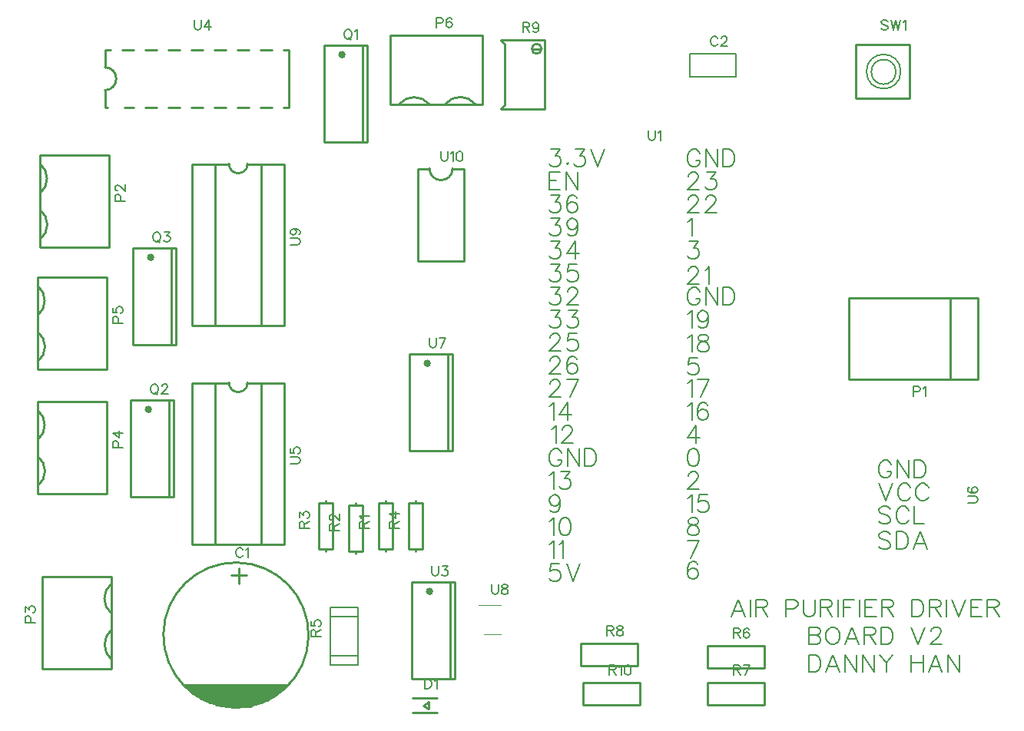
<source format=gto>
G04 ---------------------------- Layer name :TOP SILK LAYER*
G04 EasyEDA v5.4.12, Wed, 30 May 2018 14:54:02 GMT*
G04 28c5c568ee064045b2737d890bb1bb74*
G04 Gerber Generator version 0.2*
G04 Scale: 100 percent, Rotated: No, Reflected: No *
G04 Dimensions in inches *
G04 leading zeros omitted , absolute positions ,2 integer and 4 decimal *
%FSLAX24Y24*%
%MOIN*%
G90*
G70D02*

%ADD10C,0.010000*%
%ADD12C,0.008000*%
%ADD32C,0.005000*%
%ADD33C,0.004724*%
%ADD34C,0.007900*%
%ADD35C,0.015748*%
%ADD36C,0.007000*%

%LPD*%
G54D10*
G01X41589Y15150D02*
G01X36019Y15150D01*
G01X41589Y15146D02*
G01X41589Y18690D01*
G01X41589Y18690D02*
G01X36019Y18690D01*
G01X36010Y15150D02*
G01X36010Y18693D01*
G01X40400Y15150D02*
G01X40400Y18693D01*
G01X18902Y6336D02*
G01X18902Y2163D01*
G01X17012Y2163D01*
G01X17012Y6336D01*
G01X18902Y6336D01*
G01X18705Y2163D02*
G01X18705Y6336D01*
G01X15600Y7800D02*
G01X15600Y9800D01*
G01X15600Y9800D02*
G01X15900Y9800D01*
G01X15900Y9800D02*
G01X16200Y9800D01*
G01X16200Y9800D02*
G01X16200Y7800D01*
G01X16200Y7800D02*
G01X15900Y7800D01*
G01X15900Y7800D02*
G01X15600Y7800D01*
G01X15900Y9800D02*
G01X15900Y9900D01*
G01X15900Y7800D02*
G01X15900Y7700D01*
G01X14300Y7700D02*
G01X14300Y9700D01*
G01X14300Y9700D02*
G01X14600Y9700D01*
G01X14600Y9700D02*
G01X14900Y9700D01*
G01X14900Y9700D02*
G01X14900Y7700D01*
G01X14900Y7700D02*
G01X14600Y7700D01*
G01X14600Y7700D02*
G01X14300Y7700D01*
G01X14600Y9700D02*
G01X14600Y9800D01*
G01X14600Y7700D02*
G01X14600Y7600D01*
G01X3900Y24900D02*
G01X900Y24900D01*
G01X900Y24900D01*
G01X3900Y24900D02*
G01X3900Y20900D01*
G01X900Y24900D02*
G01X900Y20900D01*
G01X3900Y20900D02*
G01X900Y20900D01*
G01X11469Y29450D02*
G01X11680Y29450D01*
G01X11680Y26950D01*
G01X11469Y26950D01*
G01X3840Y26950D02*
G01X3719Y26950D01*
G01X3719Y27700D01*
G01X3719Y28700D02*
G01X3719Y29450D01*
G01X3950Y29450D01*
G01X4200Y28219D02*
G01X4200Y28180D01*
G01X4469Y29450D02*
G01X4950Y29450D01*
G01X5469Y29450D02*
G01X5950Y29450D01*
G01X6469Y29450D02*
G01X6950Y29450D01*
G01X7469Y29450D02*
G01X7950Y29450D01*
G01X8469Y29450D02*
G01X8950Y29450D01*
G01X9469Y29450D02*
G01X9950Y29450D01*
G01X10469Y29450D02*
G01X10950Y29450D01*
G01X5469Y26950D02*
G01X5950Y26950D01*
G01X6469Y26950D02*
G01X6950Y26950D01*
G01X7469Y26950D02*
G01X7950Y26950D01*
G01X8469Y26950D02*
G01X8950Y26950D01*
G01X9469Y26950D02*
G01X9950Y26950D01*
G01X10469Y26950D02*
G01X10950Y26950D01*
G01X4550Y26950D02*
G01X4950Y26950D01*
G01X11500Y8000D02*
G01X11500Y15000D01*
G01X7500Y15000D02*
G01X7500Y8000D01*
G01X11500Y8000D02*
G01X10500Y8000D01*
G01X11500Y15000D02*
G01X10500Y15000D01*
G01X7500Y15000D02*
G01X8500Y15000D01*
G01X10500Y15000D02*
G01X10500Y8000D01*
G01X10500Y15000D02*
G01X9900Y15000D01*
G01X10500Y8000D02*
G01X8500Y8000D01*
G01X8500Y15000D02*
G01X8500Y8000D01*
G01X8500Y15000D02*
G01X9100Y15000D01*
G01X8500Y8000D02*
G01X7500Y8000D01*
G01X15102Y29636D02*
G01X15102Y25463D01*
G01X13212Y25463D01*
G01X13212Y29636D01*
G01X15102Y29636D01*
G01X14905Y25463D02*
G01X14905Y29636D01*
G01X6702Y14236D02*
G01X6702Y10063D01*
G01X4812Y10063D01*
G01X4812Y14236D01*
G01X6702Y14236D01*
G01X6505Y10063D02*
G01X6505Y14236D01*
G01X6802Y20836D02*
G01X6802Y16663D01*
G01X4912Y16663D01*
G01X4912Y20836D01*
G01X6802Y20836D01*
G01X6605Y16663D02*
G01X6605Y20836D01*
G01X1000Y2600D02*
G01X4000Y2600D01*
G01X4000Y2600D01*
G01X1000Y2600D02*
G01X1000Y6600D01*
G01X4000Y2600D02*
G01X4000Y6600D01*
G01X1000Y6600D02*
G01X4000Y6600D01*
G01X18802Y16236D02*
G01X18802Y12063D01*
G01X16912Y12063D01*
G01X16912Y16236D01*
G01X18802Y16236D01*
G01X18605Y12063D02*
G01X18605Y16236D01*
G01X9189Y6640D02*
G01X9869Y6640D01*
G01X9519Y6290D02*
G01X9519Y6950D01*
G01X13000Y7800D02*
G01X13000Y9800D01*
G01X13000Y9800D02*
G01X13300Y9800D01*
G01X13300Y9800D02*
G01X13600Y9800D01*
G01X13600Y9800D02*
G01X13600Y7800D01*
G01X13600Y7800D02*
G01X13300Y7800D01*
G01X13300Y7800D02*
G01X13000Y7800D01*
G01X13300Y9800D02*
G01X13300Y9900D01*
G01X13300Y7800D02*
G01X13300Y7700D01*
G01X16900Y7800D02*
G01X16900Y9800D01*
G01X16900Y9800D02*
G01X17200Y9800D01*
G01X17200Y9800D02*
G01X17500Y9800D01*
G01X17500Y9800D02*
G01X17500Y7800D01*
G01X17500Y7800D02*
G01X17200Y7800D01*
G01X17200Y7800D02*
G01X16900Y7800D01*
G01X17200Y9800D02*
G01X17200Y9900D01*
G01X17200Y7800D02*
G01X17200Y7700D01*
G54D32*
G01X13500Y4850D02*
G01X14700Y4850D01*
G01X13500Y3150D02*
G01X14700Y3150D01*
G01X13500Y2750D02*
G01X13500Y5250D01*
G01X13500Y5250D02*
G01X14700Y5250D01*
G01X14700Y5250D02*
G01X14700Y2750D01*
G01X14700Y2750D02*
G01X13500Y2750D01*
G54D33*
G01X20178Y4092D02*
G01X20887Y4092D01*
G01X20887Y5359D02*
G01X19922Y5359D01*
G54D10*
G01X11500Y17500D02*
G01X11500Y24500D01*
G01X7500Y24500D02*
G01X7500Y17500D01*
G01X11500Y17500D02*
G01X10500Y17500D01*
G01X11500Y24500D02*
G01X10500Y24500D01*
G01X7500Y24500D02*
G01X8500Y24500D01*
G01X10500Y24500D02*
G01X10500Y17500D01*
G01X10500Y24500D02*
G01X9900Y24500D01*
G01X10500Y17500D02*
G01X8500Y17500D01*
G01X8500Y24500D02*
G01X8500Y17500D01*
G01X8500Y24500D02*
G01X9100Y24500D01*
G01X8500Y17500D02*
G01X7500Y17500D01*
G01X17530Y1000D02*
G01X17760Y1159D01*
G01X17760Y1159D02*
G01X17760Y840D01*
G01X17760Y840D02*
G01X17530Y1000D01*
G01X17069Y1309D02*
G01X18130Y1309D01*
G01X18130Y690D02*
G01X17069Y690D01*
G01X17300Y20300D02*
G01X19300Y20300D01*
G01X19300Y20300D02*
G01X19300Y24300D01*
G01X17300Y20300D02*
G01X17300Y24300D01*
G01X17300Y24300D02*
G01X17800Y24300D01*
G01X18800Y24300D02*
G01X19300Y24300D01*
G01X29860Y2630D02*
G01X29860Y3569D01*
G01X29860Y3569D02*
G01X32339Y3569D01*
G01X32339Y3569D02*
G01X32339Y2630D01*
G01X32339Y2630D02*
G01X29860Y2630D01*
G01X29860Y1030D02*
G01X29860Y1969D01*
G01X29860Y1969D02*
G01X32339Y1969D01*
G01X32339Y1969D02*
G01X32339Y1030D01*
G01X32339Y1030D02*
G01X29860Y1030D01*
G01X24360Y2730D02*
G01X24360Y3669D01*
G01X24360Y3669D02*
G01X26839Y3669D01*
G01X26839Y3669D02*
G01X26839Y2730D01*
G01X26839Y2730D02*
G01X24360Y2730D01*
G01X3800Y14200D02*
G01X800Y14200D01*
G01X800Y14200D01*
G01X3800Y14200D02*
G01X3800Y10200D01*
G01X800Y14200D02*
G01X800Y10200D01*
G01X3800Y10200D02*
G01X800Y10200D01*
G01X3800Y19600D02*
G01X800Y19600D01*
G01X800Y19600D01*
G01X3800Y19600D02*
G01X3800Y15600D01*
G01X800Y19600D02*
G01X800Y15600D01*
G01X3800Y15600D02*
G01X800Y15600D01*
G01X22300Y29500D02*
G01X22450Y29500D01*
G01X22600Y29500D01*
G01X22450Y29500D01*
G01X22800Y29900D02*
G01X22800Y26900D01*
G01X20900Y26900D01*
G01X21050Y27100D01*
G01X21050Y29700D01*
G01X20900Y29900D01*
G01X21000Y29900D01*
G01X22800Y29900D01*
G01X24460Y1030D02*
G01X24460Y1969D01*
G01X24460Y1969D02*
G01X26939Y1969D01*
G01X26939Y1969D02*
G01X26939Y1030D01*
G01X26939Y1030D02*
G01X24460Y1030D01*
G54D34*
G01X31089Y29269D02*
G01X29089Y29269D01*
G01X29089Y28269D01*
G01X31089Y28269D01*
G01X31089Y29269D01*
G54D10*
G01X36281Y29700D02*
G01X38643Y29700D01*
G01X38643Y27337D01*
G01X36281Y27337D01*
G01X36281Y29700D01*
G01X16100Y30100D02*
G01X16100Y27100D01*
G01X16100Y27100D01*
G01X16100Y30100D02*
G01X20100Y30100D01*
G01X16100Y27100D02*
G01X20100Y27100D01*
G01X20100Y30100D02*
G01X20100Y27100D01*
G54D12*
G01X31190Y5600D02*
G01X30900Y4836D01*
G01X31190Y5600D02*
G01X31481Y4836D01*
G01X31009Y5090D02*
G01X31372Y5090D01*
G01X31722Y5600D02*
G01X31722Y4836D01*
G01X31961Y5600D02*
G01X31961Y4836D01*
G01X31961Y5600D02*
G01X32289Y5600D01*
G01X32397Y5563D01*
G01X32435Y5528D01*
G01X32471Y5455D01*
G01X32471Y5382D01*
G01X32435Y5309D01*
G01X32397Y5273D01*
G01X32289Y5236D01*
G01X31961Y5236D01*
G01X32215Y5236D02*
G01X32471Y4836D01*
G01X33271Y5600D02*
G01X33271Y4836D01*
G01X33271Y5600D02*
G01X33597Y5600D01*
G01X33706Y5563D01*
G01X33743Y5528D01*
G01X33780Y5455D01*
G01X33780Y5346D01*
G01X33743Y5273D01*
G01X33706Y5236D01*
G01X33597Y5200D01*
G01X33271Y5200D01*
G01X34019Y5600D02*
G01X34019Y5055D01*
G01X34056Y4946D01*
G01X34129Y4873D01*
G01X34238Y4836D01*
G01X34310Y4836D01*
G01X34419Y4873D01*
G01X34493Y4946D01*
G01X34529Y5055D01*
G01X34529Y5600D01*
G01X34768Y5600D02*
G01X34768Y4836D01*
G01X34768Y5600D02*
G01X35096Y5600D01*
G01X35205Y5563D01*
G01X35242Y5528D01*
G01X35277Y5455D01*
G01X35277Y5382D01*
G01X35242Y5309D01*
G01X35205Y5273D01*
G01X35096Y5236D01*
G01X34768Y5236D01*
G01X35023Y5236D02*
G01X35277Y4836D01*
G01X35518Y5600D02*
G01X35518Y4836D01*
G01X35757Y5600D02*
G01X35757Y4836D01*
G01X35757Y5600D02*
G01X36231Y5600D01*
G01X35757Y5236D02*
G01X36048Y5236D01*
G01X36471Y5600D02*
G01X36471Y4836D01*
G01X36710Y5600D02*
G01X36710Y4836D01*
G01X36710Y5600D02*
G01X37184Y5600D01*
G01X36710Y5236D02*
G01X37002Y5236D01*
G01X36710Y4836D02*
G01X37184Y4836D01*
G01X37423Y5600D02*
G01X37423Y4836D01*
G01X37423Y5600D02*
G01X37751Y5600D01*
G01X37860Y5563D01*
G01X37896Y5528D01*
G01X37932Y5455D01*
G01X37932Y5382D01*
G01X37896Y5309D01*
G01X37860Y5273D01*
G01X37751Y5236D01*
G01X37423Y5236D01*
G01X37677Y5236D02*
G01X37932Y4836D01*
G01X38732Y5600D02*
G01X38732Y4836D01*
G01X38732Y5600D02*
G01X38986Y5600D01*
G01X39096Y5563D01*
G01X39168Y5490D01*
G01X39205Y5419D01*
G01X39242Y5309D01*
G01X39242Y5128D01*
G01X39205Y5019D01*
G01X39168Y4946D01*
G01X39096Y4873D01*
G01X38986Y4836D01*
G01X38732Y4836D01*
G01X39481Y5600D02*
G01X39481Y4836D01*
G01X39481Y5600D02*
G01X39809Y5600D01*
G01X39918Y5563D01*
G01X39955Y5528D01*
G01X39990Y5455D01*
G01X39990Y5382D01*
G01X39955Y5309D01*
G01X39918Y5273D01*
G01X39809Y5236D01*
G01X39481Y5236D01*
G01X39735Y5236D02*
G01X39990Y4836D01*
G01X40231Y5600D02*
G01X40231Y4836D01*
G01X40471Y5600D02*
G01X40761Y4836D01*
G01X41052Y5600D02*
G01X40761Y4836D01*
G01X41293Y5600D02*
G01X41293Y4836D01*
G01X41293Y5600D02*
G01X41764Y5600D01*
G01X41293Y5236D02*
G01X41584Y5236D01*
G01X41293Y4836D02*
G01X41764Y4836D01*
G01X42005Y5600D02*
G01X42005Y4836D01*
G01X42005Y5600D02*
G01X42332Y5600D01*
G01X42442Y5563D01*
G01X42477Y5528D01*
G01X42514Y5455D01*
G01X42514Y5382D01*
G01X42477Y5309D01*
G01X42442Y5273D01*
G01X42332Y5236D01*
G01X42005Y5236D01*
G01X42260Y5236D02*
G01X42514Y4836D01*
G01X34260Y4400D02*
G01X34260Y3636D01*
G01X34260Y4400D02*
G01X34586Y4400D01*
G01X34696Y4363D01*
G01X34732Y4328D01*
G01X34768Y4255D01*
G01X34768Y4182D01*
G01X34732Y4109D01*
G01X34696Y4073D01*
G01X34586Y4036D01*
G01X34260Y4036D02*
G01X34586Y4036D01*
G01X34696Y4000D01*
G01X34732Y3963D01*
G01X34768Y3890D01*
G01X34768Y3782D01*
G01X34732Y3709D01*
G01X34696Y3673D01*
G01X34586Y3636D01*
G01X34260Y3636D01*
G01X35227Y4400D02*
G01X35155Y4363D01*
G01X35081Y4290D01*
G01X35044Y4219D01*
G01X35009Y4109D01*
G01X35009Y3928D01*
G01X35044Y3819D01*
G01X35081Y3746D01*
G01X35155Y3673D01*
G01X35227Y3636D01*
G01X35372Y3636D01*
G01X35444Y3673D01*
G01X35518Y3746D01*
G01X35555Y3819D01*
G01X35590Y3928D01*
G01X35590Y4109D01*
G01X35555Y4219D01*
G01X35518Y4290D01*
G01X35444Y4363D01*
G01X35372Y4400D01*
G01X35227Y4400D01*
G01X36122Y4400D02*
G01X35831Y3636D01*
G01X36122Y4400D02*
G01X36413Y3636D01*
G01X35939Y3890D02*
G01X36304Y3890D01*
G01X36652Y4400D02*
G01X36652Y3636D01*
G01X36652Y4400D02*
G01X36980Y4400D01*
G01X37089Y4363D01*
G01X37125Y4328D01*
G01X37161Y4255D01*
G01X37161Y4182D01*
G01X37125Y4109D01*
G01X37089Y4073D01*
G01X36980Y4036D01*
G01X36652Y4036D01*
G01X36906Y4036D02*
G01X37161Y3636D01*
G01X37402Y4400D02*
G01X37402Y3636D01*
G01X37402Y4400D02*
G01X37656Y4400D01*
G01X37764Y4363D01*
G01X37838Y4290D01*
G01X37875Y4219D01*
G01X37910Y4109D01*
G01X37910Y3928D01*
G01X37875Y3819D01*
G01X37838Y3746D01*
G01X37764Y3673D01*
G01X37656Y3636D01*
G01X37402Y3636D01*
G01X38710Y4400D02*
G01X39002Y3636D01*
G01X39293Y4400D02*
G01X39002Y3636D01*
G01X39568Y4219D02*
G01X39568Y4255D01*
G01X39605Y4328D01*
G01X39642Y4363D01*
G01X39714Y4400D01*
G01X39860Y4400D01*
G01X39932Y4363D01*
G01X39968Y4328D01*
G01X40005Y4255D01*
G01X40005Y4182D01*
G01X39968Y4109D01*
G01X39896Y4000D01*
G01X39532Y3636D01*
G01X40042Y3636D01*
G01X34260Y3200D02*
G01X34260Y2436D01*
G01X34260Y3200D02*
G01X34514Y3200D01*
G01X34623Y3163D01*
G01X34696Y3090D01*
G01X34732Y3019D01*
G01X34768Y2909D01*
G01X34768Y2728D01*
G01X34732Y2619D01*
G01X34696Y2546D01*
G01X34623Y2473D01*
G01X34514Y2436D01*
G01X34260Y2436D01*
G01X35300Y3200D02*
G01X35009Y2436D01*
G01X35300Y3200D02*
G01X35590Y2436D01*
G01X35118Y2690D02*
G01X35481Y2690D01*
G01X35831Y3200D02*
G01X35831Y2436D01*
G01X35831Y3200D02*
G01X36339Y2436D01*
G01X36339Y3200D02*
G01X36339Y2436D01*
G01X36580Y3200D02*
G01X36580Y2436D01*
G01X36580Y3200D02*
G01X37089Y2436D01*
G01X37089Y3200D02*
G01X37089Y2436D01*
G01X37329Y3200D02*
G01X37619Y2836D01*
G01X37619Y2436D01*
G01X37910Y3200D02*
G01X37619Y2836D01*
G01X38710Y3200D02*
G01X38710Y2436D01*
G01X39219Y3200D02*
G01X39219Y2436D01*
G01X38710Y2836D02*
G01X39219Y2836D01*
G01X39751Y3200D02*
G01X39460Y2436D01*
G01X39751Y3200D02*
G01X40042Y2436D01*
G01X39568Y2690D02*
G01X39932Y2690D01*
G01X40281Y3200D02*
G01X40281Y2436D01*
G01X40281Y3200D02*
G01X40790Y2436D01*
G01X40790Y3200D02*
G01X40790Y2436D01*
G54D36*
G01X38800Y14844D02*
G01X38800Y14415D01*
G01X38800Y14844D02*
G01X38984Y14844D01*
G01X39044Y14825D01*
G01X39065Y14805D01*
G01X39085Y14763D01*
G01X39085Y14701D01*
G01X39065Y14661D01*
G01X39044Y14640D01*
G01X38984Y14619D01*
G01X38800Y14619D01*
G01X39221Y14763D02*
G01X39261Y14784D01*
G01X39323Y14844D01*
G01X39323Y14415D01*
G01X17900Y7044D02*
G01X17900Y6738D01*
G01X17919Y6676D01*
G01X17960Y6636D01*
G01X18022Y6615D01*
G01X18064Y6615D01*
G01X18125Y6636D01*
G01X18165Y6676D01*
G01X18185Y6738D01*
G01X18185Y7044D01*
G01X18361Y7044D02*
G01X18586Y7044D01*
G01X18464Y6882D01*
G01X18526Y6882D01*
G01X18567Y6861D01*
G01X18586Y6840D01*
G01X18607Y6780D01*
G01X18607Y6738D01*
G01X18586Y6676D01*
G01X18546Y6636D01*
G01X18485Y6615D01*
G01X18423Y6615D01*
G01X18361Y6636D01*
G01X18342Y6657D01*
G01X18321Y6698D01*
G01X14755Y8700D02*
G01X15184Y8700D01*
G01X14755Y8700D02*
G01X14755Y8884D01*
G01X14775Y8944D01*
G01X14794Y8965D01*
G01X14835Y8986D01*
G01X14877Y8986D01*
G01X14918Y8965D01*
G01X14939Y8944D01*
G01X14959Y8884D01*
G01X14959Y8700D01*
G01X14959Y8842D02*
G01X15184Y8986D01*
G01X14835Y9121D02*
G01X14815Y9161D01*
G01X14755Y9223D01*
G01X15184Y9223D01*
G01X13455Y8600D02*
G01X13884Y8600D01*
G01X13455Y8600D02*
G01X13455Y8784D01*
G01X13475Y8844D01*
G01X13494Y8865D01*
G01X13535Y8886D01*
G01X13577Y8886D01*
G01X13618Y8865D01*
G01X13639Y8844D01*
G01X13659Y8784D01*
G01X13659Y8600D01*
G01X13659Y8742D02*
G01X13884Y8886D01*
G01X13556Y9042D02*
G01X13535Y9042D01*
G01X13494Y9061D01*
G01X13475Y9082D01*
G01X13455Y9123D01*
G01X13455Y9205D01*
G01X13475Y9246D01*
G01X13494Y9267D01*
G01X13535Y9286D01*
G01X13577Y9286D01*
G01X13618Y9267D01*
G01X13680Y9226D01*
G01X13884Y9021D01*
G01X13884Y9307D01*
G01X4155Y22900D02*
G01X4584Y22900D01*
G01X4155Y22900D02*
G01X4155Y23084D01*
G01X4175Y23144D01*
G01X4194Y23165D01*
G01X4236Y23186D01*
G01X4298Y23186D01*
G01X4338Y23165D01*
G01X4359Y23144D01*
G01X4380Y23084D01*
G01X4380Y22900D01*
G01X4257Y23342D02*
G01X4236Y23342D01*
G01X4194Y23361D01*
G01X4175Y23382D01*
G01X4155Y23423D01*
G01X4155Y23505D01*
G01X4175Y23546D01*
G01X4194Y23567D01*
G01X4236Y23586D01*
G01X4276Y23586D01*
G01X4317Y23567D01*
G01X4380Y23526D01*
G01X4584Y23321D01*
G01X4584Y23607D01*
G01X7600Y30744D02*
G01X7600Y30438D01*
G01X7619Y30377D01*
G01X7660Y30336D01*
G01X7722Y30315D01*
G01X7764Y30315D01*
G01X7825Y30336D01*
G01X7865Y30377D01*
G01X7885Y30438D01*
G01X7885Y30744D01*
G01X8226Y30744D02*
G01X8021Y30459D01*
G01X8327Y30459D01*
G01X8226Y30744D02*
G01X8226Y30315D01*
G01X11755Y11500D02*
G01X12060Y11500D01*
G01X12122Y11519D01*
G01X12164Y11561D01*
G01X12184Y11623D01*
G01X12184Y11663D01*
G01X12164Y11725D01*
G01X12122Y11765D01*
G01X12060Y11786D01*
G01X11755Y11786D01*
G01X11755Y12167D02*
G01X11755Y11961D01*
G01X11939Y11942D01*
G01X11918Y11961D01*
G01X11897Y12023D01*
G01X11897Y12084D01*
G01X11918Y12146D01*
G01X11959Y12186D01*
G01X12019Y12207D01*
G01X12060Y12207D01*
G01X12122Y12186D01*
G01X12164Y12146D01*
G01X12184Y12084D01*
G01X12184Y12023D01*
G01X12164Y11961D01*
G01X12143Y11942D01*
G01X12102Y11921D01*
G01X41155Y9800D02*
G01X41460Y9800D01*
G01X41522Y9819D01*
G01X41564Y9861D01*
G01X41584Y9923D01*
G01X41584Y9963D01*
G01X41564Y10025D01*
G01X41522Y10065D01*
G01X41460Y10086D01*
G01X41155Y10086D01*
G01X41215Y10467D02*
G01X41175Y10446D01*
G01X41155Y10384D01*
G01X41155Y10344D01*
G01X41175Y10282D01*
G01X41235Y10242D01*
G01X41339Y10221D01*
G01X41440Y10221D01*
G01X41522Y10242D01*
G01X41564Y10282D01*
G01X41584Y10344D01*
G01X41584Y10365D01*
G01X41564Y10426D01*
G01X41522Y10467D01*
G01X41460Y10486D01*
G01X41440Y10486D01*
G01X41380Y10467D01*
G01X41339Y10426D01*
G01X41318Y10365D01*
G01X41318Y10344D01*
G01X41339Y10282D01*
G01X41380Y10242D01*
G01X41440Y10221D01*
G54D12*
G01X37844Y11455D02*
G01X37809Y11526D01*
G01X37735Y11600D01*
G01X37664Y11636D01*
G01X37518Y11636D01*
G01X37444Y11600D01*
G01X37372Y11526D01*
G01X37335Y11455D01*
G01X37300Y11344D01*
G01X37300Y11163D01*
G01X37335Y11055D01*
G01X37372Y10982D01*
G01X37444Y10909D01*
G01X37518Y10873D01*
G01X37664Y10873D01*
G01X37735Y10909D01*
G01X37809Y10982D01*
G01X37844Y11055D01*
G01X37844Y11163D01*
G01X37664Y11163D02*
G01X37844Y11163D01*
G01X38085Y11636D02*
G01X38085Y10873D01*
G01X38085Y11636D02*
G01X38594Y10873D01*
G01X38594Y11636D02*
G01X38594Y10873D01*
G01X38835Y11636D02*
G01X38835Y10873D01*
G01X38835Y11636D02*
G01X39089Y11636D01*
G01X39197Y11600D01*
G01X39271Y11526D01*
G01X39306Y11455D01*
G01X39343Y11344D01*
G01X39343Y11163D01*
G01X39306Y11055D01*
G01X39271Y10982D01*
G01X39197Y10909D01*
G01X39089Y10873D01*
G01X38835Y10873D01*
G01X37300Y10636D02*
G01X37590Y9873D01*
G01X37881Y10636D02*
G01X37590Y9873D01*
G01X38667Y10455D02*
G01X38631Y10526D01*
G01X38557Y10600D01*
G01X38485Y10636D01*
G01X38339Y10636D01*
G01X38267Y10600D01*
G01X38194Y10526D01*
G01X38157Y10455D01*
G01X38122Y10344D01*
G01X38122Y10163D01*
G01X38157Y10055D01*
G01X38194Y9982D01*
G01X38267Y9909D01*
G01X38339Y9873D01*
G01X38485Y9873D01*
G01X38557Y9909D01*
G01X38631Y9982D01*
G01X38667Y10055D01*
G01X39452Y10455D02*
G01X39415Y10526D01*
G01X39343Y10600D01*
G01X39271Y10636D01*
G01X39125Y10636D01*
G01X39052Y10600D01*
G01X38980Y10526D01*
G01X38943Y10455D01*
G01X38906Y10344D01*
G01X38906Y10163D01*
G01X38943Y10055D01*
G01X38980Y9982D01*
G01X39052Y9909D01*
G01X39125Y9873D01*
G01X39271Y9873D01*
G01X39343Y9909D01*
G01X39415Y9982D01*
G01X39452Y10055D01*
G01X37809Y9526D02*
G01X37735Y9600D01*
G01X37627Y9636D01*
G01X37481Y9636D01*
G01X37372Y9600D01*
G01X37300Y9526D01*
G01X37300Y9455D01*
G01X37335Y9382D01*
G01X37372Y9344D01*
G01X37444Y9309D01*
G01X37664Y9236D01*
G01X37735Y9200D01*
G01X37772Y9163D01*
G01X37809Y9090D01*
G01X37809Y8982D01*
G01X37735Y8909D01*
G01X37627Y8873D01*
G01X37481Y8873D01*
G01X37372Y8909D01*
G01X37300Y8982D01*
G01X38594Y9455D02*
G01X38557Y9526D01*
G01X38485Y9600D01*
G01X38413Y9636D01*
G01X38267Y9636D01*
G01X38194Y9600D01*
G01X38122Y9526D01*
G01X38085Y9455D01*
G01X38048Y9344D01*
G01X38048Y9163D01*
G01X38085Y9055D01*
G01X38122Y8982D01*
G01X38194Y8909D01*
G01X38267Y8873D01*
G01X38413Y8873D01*
G01X38485Y8909D01*
G01X38557Y8982D01*
G01X38594Y9055D01*
G01X38835Y9636D02*
G01X38835Y8873D01*
G01X38835Y8873D02*
G01X39271Y8873D01*
G01X37809Y8426D02*
G01X37735Y8500D01*
G01X37627Y8536D01*
G01X37481Y8536D01*
G01X37372Y8500D01*
G01X37300Y8426D01*
G01X37300Y8355D01*
G01X37335Y8282D01*
G01X37372Y8244D01*
G01X37444Y8209D01*
G01X37664Y8136D01*
G01X37735Y8100D01*
G01X37772Y8063D01*
G01X37809Y7990D01*
G01X37809Y7882D01*
G01X37735Y7809D01*
G01X37627Y7773D01*
G01X37481Y7773D01*
G01X37372Y7809D01*
G01X37300Y7882D01*
G01X38048Y8536D02*
G01X38048Y7773D01*
G01X38048Y8536D02*
G01X38304Y8536D01*
G01X38413Y8500D01*
G01X38485Y8426D01*
G01X38522Y8355D01*
G01X38557Y8244D01*
G01X38557Y8063D01*
G01X38522Y7955D01*
G01X38485Y7882D01*
G01X38413Y7809D01*
G01X38304Y7773D01*
G01X38048Y7773D01*
G01X39089Y8536D02*
G01X38797Y7773D01*
G01X39089Y8536D02*
G01X39380Y7773D01*
G01X38906Y8026D02*
G01X39271Y8026D01*
G54D36*
G01X14222Y30344D02*
G01X14181Y30325D01*
G01X14140Y30284D01*
G01X14119Y30242D01*
G01X14100Y30182D01*
G01X14100Y30080D01*
G01X14119Y30017D01*
G01X14140Y29977D01*
G01X14181Y29936D01*
G01X14222Y29915D01*
G01X14305Y29915D01*
G01X14344Y29936D01*
G01X14385Y29977D01*
G01X14406Y30017D01*
G01X14427Y30080D01*
G01X14427Y30182D01*
G01X14406Y30242D01*
G01X14385Y30284D01*
G01X14344Y30325D01*
G01X14305Y30344D01*
G01X14222Y30344D01*
G01X14284Y29998D02*
G01X14406Y29875D01*
G01X14561Y30263D02*
G01X14602Y30284D01*
G01X14664Y30344D01*
G01X14664Y29915D01*
G01X5822Y14944D02*
G01X5781Y14925D01*
G01X5740Y14884D01*
G01X5719Y14842D01*
G01X5700Y14782D01*
G01X5700Y14680D01*
G01X5719Y14617D01*
G01X5740Y14576D01*
G01X5781Y14536D01*
G01X5822Y14515D01*
G01X5905Y14515D01*
G01X5944Y14536D01*
G01X5985Y14576D01*
G01X6006Y14617D01*
G01X6027Y14680D01*
G01X6027Y14782D01*
G01X6006Y14842D01*
G01X5985Y14884D01*
G01X5944Y14925D01*
G01X5905Y14944D01*
G01X5822Y14944D01*
G01X5884Y14598D02*
G01X6006Y14475D01*
G01X6182Y14842D02*
G01X6182Y14863D01*
G01X6202Y14905D01*
G01X6223Y14925D01*
G01X6264Y14944D01*
G01X6346Y14944D01*
G01X6386Y14925D01*
G01X6407Y14905D01*
G01X6427Y14863D01*
G01X6427Y14823D01*
G01X6407Y14782D01*
G01X6367Y14719D01*
G01X6161Y14515D01*
G01X6448Y14515D01*
G01X5922Y21544D02*
G01X5881Y21525D01*
G01X5840Y21484D01*
G01X5819Y21442D01*
G01X5800Y21382D01*
G01X5800Y21280D01*
G01X5819Y21217D01*
G01X5840Y21177D01*
G01X5881Y21136D01*
G01X5922Y21115D01*
G01X6005Y21115D01*
G01X6044Y21136D01*
G01X6085Y21177D01*
G01X6106Y21217D01*
G01X6127Y21280D01*
G01X6127Y21382D01*
G01X6106Y21442D01*
G01X6085Y21484D01*
G01X6044Y21525D01*
G01X6005Y21544D01*
G01X5922Y21544D01*
G01X5984Y21198D02*
G01X6106Y21075D01*
G01X6302Y21544D02*
G01X6527Y21544D01*
G01X6405Y21382D01*
G01X6467Y21382D01*
G01X6507Y21361D01*
G01X6527Y21340D01*
G01X6548Y21280D01*
G01X6548Y21238D01*
G01X6527Y21177D01*
G01X6486Y21136D01*
G01X6426Y21115D01*
G01X6364Y21115D01*
G01X6302Y21136D01*
G01X6282Y21157D01*
G01X6261Y21198D01*
G01X255Y4600D02*
G01X684Y4600D01*
G01X255Y4600D02*
G01X255Y4784D01*
G01X275Y4844D01*
G01X294Y4865D01*
G01X336Y4886D01*
G01X398Y4886D01*
G01X438Y4865D01*
G01X459Y4844D01*
G01X480Y4784D01*
G01X480Y4600D01*
G01X255Y5061D02*
G01X255Y5286D01*
G01X417Y5165D01*
G01X417Y5226D01*
G01X438Y5267D01*
G01X459Y5286D01*
G01X519Y5307D01*
G01X561Y5307D01*
G01X623Y5286D01*
G01X663Y5246D01*
G01X684Y5184D01*
G01X684Y5123D01*
G01X663Y5061D01*
G01X642Y5042D01*
G01X601Y5021D01*
G01X17800Y16944D02*
G01X17800Y16638D01*
G01X17819Y16577D01*
G01X17860Y16536D01*
G01X17922Y16515D01*
G01X17964Y16515D01*
G01X18025Y16536D01*
G01X18065Y16577D01*
G01X18085Y16638D01*
G01X18085Y16944D01*
G01X18507Y16944D02*
G01X18302Y16515D01*
G01X18221Y16944D02*
G01X18507Y16944D01*
G01X9706Y7742D02*
G01X9685Y7784D01*
G01X9644Y7825D01*
G01X9605Y7844D01*
G01X9522Y7844D01*
G01X9481Y7825D01*
G01X9440Y7784D01*
G01X9419Y7742D01*
G01X9400Y7682D01*
G01X9400Y7580D01*
G01X9419Y7517D01*
G01X9440Y7476D01*
G01X9481Y7436D01*
G01X9522Y7415D01*
G01X9605Y7415D01*
G01X9644Y7436D01*
G01X9685Y7476D01*
G01X9706Y7517D01*
G01X9842Y7763D02*
G01X9882Y7784D01*
G01X9943Y7844D01*
G01X9943Y7415D01*
G01X12155Y8700D02*
G01X12584Y8700D01*
G01X12155Y8700D02*
G01X12155Y8884D01*
G01X12175Y8944D01*
G01X12194Y8965D01*
G01X12235Y8986D01*
G01X12277Y8986D01*
G01X12318Y8965D01*
G01X12339Y8944D01*
G01X12359Y8884D01*
G01X12359Y8700D01*
G01X12359Y8842D02*
G01X12584Y8986D01*
G01X12155Y9161D02*
G01X12155Y9386D01*
G01X12318Y9265D01*
G01X12318Y9326D01*
G01X12339Y9367D01*
G01X12359Y9386D01*
G01X12419Y9407D01*
G01X12460Y9407D01*
G01X12522Y9386D01*
G01X12564Y9346D01*
G01X12584Y9284D01*
G01X12584Y9223D01*
G01X12564Y9161D01*
G01X12543Y9142D01*
G01X12502Y9121D01*
G01X16055Y8700D02*
G01X16484Y8700D01*
G01X16055Y8700D02*
G01X16055Y8884D01*
G01X16075Y8944D01*
G01X16094Y8965D01*
G01X16135Y8986D01*
G01X16177Y8986D01*
G01X16218Y8965D01*
G01X16239Y8944D01*
G01X16259Y8884D01*
G01X16259Y8700D01*
G01X16259Y8842D02*
G01X16484Y8986D01*
G01X16055Y9326D02*
G01X16340Y9121D01*
G01X16340Y9428D01*
G01X16055Y9326D02*
G01X16484Y9326D01*
G01X12655Y4000D02*
G01X13084Y4000D01*
G01X12655Y4000D02*
G01X12655Y4184D01*
G01X12675Y4244D01*
G01X12694Y4265D01*
G01X12735Y4286D01*
G01X12777Y4286D01*
G01X12818Y4265D01*
G01X12839Y4244D01*
G01X12859Y4184D01*
G01X12859Y4000D01*
G01X12859Y4142D02*
G01X13084Y4286D01*
G01X12655Y4667D02*
G01X12655Y4461D01*
G01X12839Y4442D01*
G01X12818Y4461D01*
G01X12797Y4523D01*
G01X12797Y4584D01*
G01X12818Y4646D01*
G01X12859Y4686D01*
G01X12919Y4707D01*
G01X12960Y4707D01*
G01X13022Y4686D01*
G01X13064Y4646D01*
G01X13084Y4584D01*
G01X13084Y4523D01*
G01X13064Y4461D01*
G01X13043Y4442D01*
G01X13002Y4421D01*
G01X20500Y6244D02*
G01X20500Y5938D01*
G01X20519Y5876D01*
G01X20560Y5836D01*
G01X20622Y5815D01*
G01X20664Y5815D01*
G01X20725Y5836D01*
G01X20765Y5876D01*
G01X20785Y5938D01*
G01X20785Y6244D01*
G01X21023Y6244D02*
G01X20961Y6225D01*
G01X20942Y6184D01*
G01X20942Y6142D01*
G01X20961Y6101D01*
G01X21002Y6082D01*
G01X21085Y6061D01*
G01X21146Y6040D01*
G01X21186Y6000D01*
G01X21207Y5959D01*
G01X21207Y5898D01*
G01X21186Y5857D01*
G01X21167Y5836D01*
G01X21105Y5815D01*
G01X21023Y5815D01*
G01X20961Y5836D01*
G01X20942Y5857D01*
G01X20921Y5898D01*
G01X20921Y5959D01*
G01X20942Y6000D01*
G01X20982Y6040D01*
G01X21043Y6061D01*
G01X21126Y6082D01*
G01X21167Y6101D01*
G01X21186Y6142D01*
G01X21186Y6184D01*
G01X21167Y6225D01*
G01X21105Y6244D01*
G01X21023Y6244D01*
G01X11755Y21000D02*
G01X12060Y21000D01*
G01X12122Y21019D01*
G01X12164Y21061D01*
G01X12184Y21123D01*
G01X12184Y21163D01*
G01X12164Y21225D01*
G01X12122Y21265D01*
G01X12060Y21286D01*
G01X11755Y21286D01*
G01X11897Y21686D02*
G01X11959Y21667D01*
G01X12000Y21626D01*
G01X12019Y21565D01*
G01X12019Y21544D01*
G01X12000Y21482D01*
G01X11959Y21442D01*
G01X11897Y21421D01*
G01X11877Y21421D01*
G01X11815Y21442D01*
G01X11775Y21482D01*
G01X11755Y21544D01*
G01X11755Y21565D01*
G01X11775Y21626D01*
G01X11815Y21667D01*
G01X11897Y21686D01*
G01X12000Y21686D01*
G01X12102Y21667D01*
G01X12164Y21626D01*
G01X12184Y21565D01*
G01X12184Y21523D01*
G01X12164Y21461D01*
G01X12122Y21442D01*
G01X17600Y2144D02*
G01X17600Y1715D01*
G01X17600Y2144D02*
G01X17743Y2144D01*
G01X17805Y2125D01*
G01X17844Y2084D01*
G01X17865Y2042D01*
G01X17885Y1982D01*
G01X17885Y1880D01*
G01X17865Y1817D01*
G01X17844Y1776D01*
G01X17805Y1736D01*
G01X17743Y1715D01*
G01X17600Y1715D01*
G01X18021Y2063D02*
G01X18061Y2084D01*
G01X18123Y2144D01*
G01X18123Y1715D01*
G01X18300Y25044D02*
G01X18300Y24738D01*
G01X18319Y24677D01*
G01X18360Y24636D01*
G01X18422Y24615D01*
G01X18464Y24615D01*
G01X18525Y24636D01*
G01X18565Y24677D01*
G01X18585Y24738D01*
G01X18585Y25044D01*
G01X18721Y24963D02*
G01X18761Y24984D01*
G01X18823Y25044D01*
G01X18823Y24615D01*
G01X19081Y25044D02*
G01X19019Y25025D01*
G01X18978Y24963D01*
G01X18959Y24861D01*
G01X18959Y24800D01*
G01X18978Y24698D01*
G01X19019Y24636D01*
G01X19081Y24615D01*
G01X19122Y24615D01*
G01X19184Y24636D01*
G01X19225Y24698D01*
G01X19244Y24800D01*
G01X19244Y24861D01*
G01X19225Y24963D01*
G01X19184Y25025D01*
G01X19122Y25044D01*
G01X19081Y25044D01*
G01X27300Y25944D02*
G01X27300Y25638D01*
G01X27319Y25577D01*
G01X27360Y25536D01*
G01X27422Y25515D01*
G01X27464Y25515D01*
G01X27525Y25536D01*
G01X27565Y25577D01*
G01X27585Y25638D01*
G01X27585Y25944D01*
G01X27721Y25863D02*
G01X27761Y25884D01*
G01X27823Y25944D01*
G01X27823Y25515D01*
G54D12*
G01X23072Y25136D02*
G01X23472Y25136D01*
G01X23255Y24844D01*
G01X23364Y24844D01*
G01X23435Y24809D01*
G01X23472Y24773D01*
G01X23509Y24663D01*
G01X23509Y24590D01*
G01X23472Y24482D01*
G01X23400Y24409D01*
G01X23290Y24373D01*
G01X23181Y24373D01*
G01X23072Y24409D01*
G01X23035Y24444D01*
G01X23000Y24517D01*
G01X23785Y24555D02*
G01X23748Y24517D01*
G01X23785Y24482D01*
G01X23822Y24517D01*
G01X23785Y24555D01*
G01X24135Y25136D02*
G01X24535Y25136D01*
G01X24315Y24844D01*
G01X24425Y24844D01*
G01X24497Y24809D01*
G01X24535Y24773D01*
G01X24571Y24663D01*
G01X24571Y24590D01*
G01X24535Y24482D01*
G01X24461Y24409D01*
G01X24352Y24373D01*
G01X24243Y24373D01*
G01X24135Y24409D01*
G01X24097Y24444D01*
G01X24061Y24517D01*
G01X24810Y25136D02*
G01X25102Y24373D01*
G01X25393Y25136D02*
G01X25102Y24373D01*
G01X23000Y24136D02*
G01X23000Y23373D01*
G01X23000Y24136D02*
G01X23472Y24136D01*
G01X23000Y23773D02*
G01X23290Y23773D01*
G01X23000Y23373D02*
G01X23472Y23373D01*
G01X23713Y24136D02*
G01X23713Y23373D01*
G01X23713Y24136D02*
G01X24222Y23373D01*
G01X24222Y24136D02*
G01X24222Y23373D01*
G01X23072Y23136D02*
G01X23472Y23136D01*
G01X23255Y22844D01*
G01X23364Y22844D01*
G01X23435Y22809D01*
G01X23472Y22773D01*
G01X23509Y22663D01*
G01X23509Y22590D01*
G01X23472Y22482D01*
G01X23400Y22409D01*
G01X23290Y22373D01*
G01X23181Y22373D01*
G01X23072Y22409D01*
G01X23035Y22444D01*
G01X23000Y22517D01*
G01X24185Y23027D02*
G01X24148Y23100D01*
G01X24039Y23136D01*
G01X23967Y23136D01*
G01X23857Y23100D01*
G01X23785Y22990D01*
G01X23748Y22809D01*
G01X23748Y22627D01*
G01X23785Y22482D01*
G01X23857Y22409D01*
G01X23967Y22373D01*
G01X24003Y22373D01*
G01X24113Y22409D01*
G01X24185Y22482D01*
G01X24222Y22590D01*
G01X24222Y22627D01*
G01X24185Y22736D01*
G01X24113Y22809D01*
G01X24003Y22844D01*
G01X23967Y22844D01*
G01X23857Y22809D01*
G01X23785Y22736D01*
G01X23748Y22627D01*
G01X23072Y22136D02*
G01X23472Y22136D01*
G01X23255Y21844D01*
G01X23364Y21844D01*
G01X23435Y21809D01*
G01X23472Y21773D01*
G01X23509Y21663D01*
G01X23509Y21590D01*
G01X23472Y21482D01*
G01X23400Y21409D01*
G01X23290Y21373D01*
G01X23181Y21373D01*
G01X23072Y21409D01*
G01X23035Y21444D01*
G01X23000Y21517D01*
G01X24222Y21882D02*
G01X24185Y21773D01*
G01X24113Y21700D01*
G01X24003Y21663D01*
G01X23967Y21663D01*
G01X23857Y21700D01*
G01X23785Y21773D01*
G01X23748Y21882D01*
G01X23748Y21917D01*
G01X23785Y22027D01*
G01X23857Y22100D01*
G01X23967Y22136D01*
G01X24003Y22136D01*
G01X24113Y22100D01*
G01X24185Y22027D01*
G01X24222Y21882D01*
G01X24222Y21700D01*
G01X24185Y21517D01*
G01X24113Y21409D01*
G01X24003Y21373D01*
G01X23931Y21373D01*
G01X23822Y21409D01*
G01X23785Y21482D01*
G01X23072Y21136D02*
G01X23472Y21136D01*
G01X23255Y20844D01*
G01X23364Y20844D01*
G01X23435Y20809D01*
G01X23472Y20773D01*
G01X23509Y20663D01*
G01X23509Y20590D01*
G01X23472Y20482D01*
G01X23400Y20409D01*
G01X23290Y20373D01*
G01X23181Y20373D01*
G01X23072Y20409D01*
G01X23035Y20444D01*
G01X23000Y20517D01*
G01X24113Y21136D02*
G01X23748Y20627D01*
G01X24294Y20627D01*
G01X24113Y21136D02*
G01X24113Y20373D01*
G01X23072Y20136D02*
G01X23472Y20136D01*
G01X23255Y19844D01*
G01X23364Y19844D01*
G01X23435Y19809D01*
G01X23472Y19773D01*
G01X23509Y19663D01*
G01X23509Y19590D01*
G01X23472Y19482D01*
G01X23400Y19409D01*
G01X23290Y19373D01*
G01X23181Y19373D01*
G01X23072Y19409D01*
G01X23035Y19444D01*
G01X23000Y19517D01*
G01X24185Y20136D02*
G01X23822Y20136D01*
G01X23785Y19809D01*
G01X23822Y19844D01*
G01X23931Y19882D01*
G01X24039Y19882D01*
G01X24148Y19844D01*
G01X24222Y19773D01*
G01X24257Y19663D01*
G01X24257Y19590D01*
G01X24222Y19482D01*
G01X24148Y19409D01*
G01X24039Y19373D01*
G01X23931Y19373D01*
G01X23822Y19409D01*
G01X23785Y19444D01*
G01X23748Y19517D01*
G01X23072Y19136D02*
G01X23472Y19136D01*
G01X23255Y18844D01*
G01X23364Y18844D01*
G01X23435Y18809D01*
G01X23472Y18773D01*
G01X23509Y18663D01*
G01X23509Y18590D01*
G01X23472Y18482D01*
G01X23400Y18409D01*
G01X23290Y18373D01*
G01X23181Y18373D01*
G01X23072Y18409D01*
G01X23035Y18444D01*
G01X23000Y18517D01*
G01X23785Y18955D02*
G01X23785Y18990D01*
G01X23822Y19063D01*
G01X23857Y19100D01*
G01X23931Y19136D01*
G01X24076Y19136D01*
G01X24148Y19100D01*
G01X24185Y19063D01*
G01X24222Y18990D01*
G01X24222Y18917D01*
G01X24185Y18844D01*
G01X24113Y18736D01*
G01X23748Y18373D01*
G01X24257Y18373D01*
G01X23072Y18136D02*
G01X23472Y18136D01*
G01X23255Y17844D01*
G01X23364Y17844D01*
G01X23435Y17809D01*
G01X23472Y17773D01*
G01X23509Y17663D01*
G01X23509Y17590D01*
G01X23472Y17482D01*
G01X23400Y17409D01*
G01X23290Y17373D01*
G01X23181Y17373D01*
G01X23072Y17409D01*
G01X23035Y17444D01*
G01X23000Y17517D01*
G01X23822Y18136D02*
G01X24222Y18136D01*
G01X24003Y17844D01*
G01X24113Y17844D01*
G01X24185Y17809D01*
G01X24222Y17773D01*
G01X24257Y17663D01*
G01X24257Y17590D01*
G01X24222Y17482D01*
G01X24148Y17409D01*
G01X24039Y17373D01*
G01X23931Y17373D01*
G01X23822Y17409D01*
G01X23785Y17444D01*
G01X23748Y17517D01*
G01X23035Y16955D02*
G01X23035Y16990D01*
G01X23072Y17063D01*
G01X23109Y17100D01*
G01X23181Y17136D01*
G01X23327Y17136D01*
G01X23400Y17100D01*
G01X23435Y17063D01*
G01X23472Y16990D01*
G01X23472Y16917D01*
G01X23435Y16844D01*
G01X23364Y16736D01*
G01X23000Y16373D01*
G01X23509Y16373D01*
G01X24185Y17136D02*
G01X23822Y17136D01*
G01X23785Y16809D01*
G01X23822Y16844D01*
G01X23931Y16882D01*
G01X24039Y16882D01*
G01X24148Y16844D01*
G01X24222Y16773D01*
G01X24257Y16663D01*
G01X24257Y16590D01*
G01X24222Y16482D01*
G01X24148Y16409D01*
G01X24039Y16373D01*
G01X23931Y16373D01*
G01X23822Y16409D01*
G01X23785Y16444D01*
G01X23748Y16517D01*
G01X23035Y15955D02*
G01X23035Y15990D01*
G01X23072Y16063D01*
G01X23109Y16100D01*
G01X23181Y16136D01*
G01X23327Y16136D01*
G01X23400Y16100D01*
G01X23435Y16063D01*
G01X23472Y15990D01*
G01X23472Y15917D01*
G01X23435Y15844D01*
G01X23364Y15736D01*
G01X23000Y15373D01*
G01X23509Y15373D01*
G01X24185Y16026D02*
G01X24148Y16100D01*
G01X24039Y16136D01*
G01X23967Y16136D01*
G01X23857Y16100D01*
G01X23785Y15990D01*
G01X23748Y15809D01*
G01X23748Y15626D01*
G01X23785Y15482D01*
G01X23857Y15409D01*
G01X23967Y15373D01*
G01X24003Y15373D01*
G01X24113Y15409D01*
G01X24185Y15482D01*
G01X24222Y15590D01*
G01X24222Y15626D01*
G01X24185Y15736D01*
G01X24113Y15809D01*
G01X24003Y15844D01*
G01X23967Y15844D01*
G01X23857Y15809D01*
G01X23785Y15736D01*
G01X23748Y15626D01*
G01X23035Y14955D02*
G01X23035Y14990D01*
G01X23072Y15063D01*
G01X23109Y15100D01*
G01X23181Y15136D01*
G01X23327Y15136D01*
G01X23400Y15100D01*
G01X23435Y15063D01*
G01X23472Y14990D01*
G01X23472Y14917D01*
G01X23435Y14844D01*
G01X23364Y14736D01*
G01X23000Y14373D01*
G01X23509Y14373D01*
G01X24257Y15136D02*
G01X23894Y14373D01*
G01X23748Y15136D02*
G01X24257Y15136D01*
G01X23000Y13990D02*
G01X23072Y14026D01*
G01X23181Y14136D01*
G01X23181Y13373D01*
G01X23785Y14136D02*
G01X23422Y13626D01*
G01X23967Y13626D01*
G01X23785Y14136D02*
G01X23785Y13373D01*
G01X23100Y12990D02*
G01X23172Y13026D01*
G01X23281Y13136D01*
G01X23281Y12373D01*
G01X23557Y12955D02*
G01X23557Y12990D01*
G01X23594Y13063D01*
G01X23631Y13100D01*
G01X23703Y13136D01*
G01X23848Y13136D01*
G01X23922Y13100D01*
G01X23957Y13063D01*
G01X23994Y12990D01*
G01X23994Y12917D01*
G01X23957Y12844D01*
G01X23885Y12736D01*
G01X23522Y12373D01*
G01X24031Y12373D01*
G01X23544Y11955D02*
G01X23509Y12026D01*
G01X23435Y12100D01*
G01X23364Y12136D01*
G01X23218Y12136D01*
G01X23144Y12100D01*
G01X23072Y12026D01*
G01X23035Y11955D01*
G01X23000Y11844D01*
G01X23000Y11663D01*
G01X23035Y11555D01*
G01X23072Y11482D01*
G01X23144Y11409D01*
G01X23218Y11373D01*
G01X23364Y11373D01*
G01X23435Y11409D01*
G01X23509Y11482D01*
G01X23544Y11555D01*
G01X23544Y11663D01*
G01X23364Y11663D02*
G01X23544Y11663D01*
G01X23785Y12136D02*
G01X23785Y11373D01*
G01X23785Y12136D02*
G01X24294Y11373D01*
G01X24294Y12136D02*
G01X24294Y11373D01*
G01X24535Y12136D02*
G01X24535Y11373D01*
G01X24535Y12136D02*
G01X24789Y12136D01*
G01X24897Y12100D01*
G01X24971Y12026D01*
G01X25006Y11955D01*
G01X25043Y11844D01*
G01X25043Y11663D01*
G01X25006Y11555D01*
G01X24971Y11482D01*
G01X24897Y11409D01*
G01X24789Y11373D01*
G01X24535Y11373D01*
G01X23000Y10990D02*
G01X23072Y11026D01*
G01X23181Y11136D01*
G01X23181Y10373D01*
G01X23494Y11136D02*
G01X23894Y11136D01*
G01X23676Y10844D01*
G01X23785Y10844D01*
G01X23857Y10809D01*
G01X23894Y10773D01*
G01X23931Y10663D01*
G01X23931Y10590D01*
G01X23894Y10482D01*
G01X23822Y10409D01*
G01X23713Y10373D01*
G01X23603Y10373D01*
G01X23494Y10409D01*
G01X23457Y10444D01*
G01X23422Y10517D01*
G01X23472Y9882D02*
G01X23435Y9773D01*
G01X23364Y9700D01*
G01X23255Y9663D01*
G01X23218Y9663D01*
G01X23109Y9700D01*
G01X23035Y9773D01*
G01X23000Y9882D01*
G01X23000Y9917D01*
G01X23035Y10026D01*
G01X23109Y10100D01*
G01X23218Y10136D01*
G01X23255Y10136D01*
G01X23364Y10100D01*
G01X23435Y10026D01*
G01X23472Y9882D01*
G01X23472Y9700D01*
G01X23435Y9517D01*
G01X23364Y9409D01*
G01X23255Y9373D01*
G01X23181Y9373D01*
G01X23072Y9409D01*
G01X23035Y9482D01*
G01X23000Y8990D02*
G01X23072Y9026D01*
G01X23181Y9136D01*
G01X23181Y8373D01*
G01X23639Y9136D02*
G01X23531Y9100D01*
G01X23457Y8990D01*
G01X23422Y8809D01*
G01X23422Y8700D01*
G01X23457Y8517D01*
G01X23531Y8409D01*
G01X23639Y8373D01*
G01X23713Y8373D01*
G01X23822Y8409D01*
G01X23894Y8517D01*
G01X23931Y8700D01*
G01X23931Y8809D01*
G01X23894Y8990D01*
G01X23822Y9100D01*
G01X23713Y9136D01*
G01X23639Y9136D01*
G01X23000Y7990D02*
G01X23072Y8026D01*
G01X23181Y8136D01*
G01X23181Y7373D01*
G01X23422Y7990D02*
G01X23494Y8026D01*
G01X23603Y8136D01*
G01X23603Y7373D01*
G01X23435Y7136D02*
G01X23072Y7136D01*
G01X23035Y6809D01*
G01X23072Y6844D01*
G01X23181Y6882D01*
G01X23290Y6882D01*
G01X23400Y6844D01*
G01X23472Y6773D01*
G01X23509Y6663D01*
G01X23509Y6590D01*
G01X23472Y6482D01*
G01X23400Y6409D01*
G01X23290Y6373D01*
G01X23181Y6373D01*
G01X23072Y6409D01*
G01X23035Y6444D01*
G01X23000Y6517D01*
G01X23748Y7136D02*
G01X24039Y6373D01*
G01X24331Y7136D02*
G01X24039Y6373D01*
G01X29544Y24955D02*
G01X29509Y25027D01*
G01X29435Y25100D01*
G01X29364Y25136D01*
G01X29218Y25136D01*
G01X29144Y25100D01*
G01X29072Y25027D01*
G01X29035Y24955D01*
G01X29000Y24844D01*
G01X29000Y24663D01*
G01X29035Y24555D01*
G01X29072Y24482D01*
G01X29144Y24409D01*
G01X29218Y24373D01*
G01X29364Y24373D01*
G01X29435Y24409D01*
G01X29509Y24482D01*
G01X29544Y24555D01*
G01X29544Y24663D01*
G01X29364Y24663D02*
G01X29544Y24663D01*
G01X29785Y25136D02*
G01X29785Y24373D01*
G01X29785Y25136D02*
G01X30294Y24373D01*
G01X30294Y25136D02*
G01X30294Y24373D01*
G01X30535Y25136D02*
G01X30535Y24373D01*
G01X30535Y25136D02*
G01X30789Y25136D01*
G01X30897Y25100D01*
G01X30971Y25027D01*
G01X31006Y24955D01*
G01X31043Y24844D01*
G01X31043Y24663D01*
G01X31006Y24555D01*
G01X30971Y24482D01*
G01X30897Y24409D01*
G01X30789Y24373D01*
G01X30535Y24373D01*
G01X29035Y23955D02*
G01X29035Y23990D01*
G01X29072Y24063D01*
G01X29109Y24100D01*
G01X29181Y24136D01*
G01X29327Y24136D01*
G01X29400Y24100D01*
G01X29435Y24063D01*
G01X29472Y23990D01*
G01X29472Y23917D01*
G01X29435Y23844D01*
G01X29364Y23736D01*
G01X29000Y23373D01*
G01X29509Y23373D01*
G01X29822Y24136D02*
G01X30222Y24136D01*
G01X30003Y23844D01*
G01X30113Y23844D01*
G01X30185Y23809D01*
G01X30222Y23773D01*
G01X30257Y23663D01*
G01X30257Y23590D01*
G01X30222Y23482D01*
G01X30148Y23409D01*
G01X30039Y23373D01*
G01X29931Y23373D01*
G01X29822Y23409D01*
G01X29785Y23444D01*
G01X29748Y23517D01*
G01X29035Y22955D02*
G01X29035Y22990D01*
G01X29072Y23063D01*
G01X29109Y23100D01*
G01X29181Y23136D01*
G01X29327Y23136D01*
G01X29400Y23100D01*
G01X29435Y23063D01*
G01X29472Y22990D01*
G01X29472Y22917D01*
G01X29435Y22844D01*
G01X29364Y22736D01*
G01X29000Y22373D01*
G01X29509Y22373D01*
G01X29785Y22955D02*
G01X29785Y22990D01*
G01X29822Y23063D01*
G01X29857Y23100D01*
G01X29931Y23136D01*
G01X30076Y23136D01*
G01X30148Y23100D01*
G01X30185Y23063D01*
G01X30222Y22990D01*
G01X30222Y22917D01*
G01X30185Y22844D01*
G01X30113Y22736D01*
G01X29748Y22373D01*
G01X30257Y22373D01*
G01X29000Y21990D02*
G01X29072Y22027D01*
G01X29181Y22136D01*
G01X29181Y21373D01*
G01X29072Y21136D02*
G01X29472Y21136D01*
G01X29255Y20844D01*
G01X29364Y20844D01*
G01X29435Y20809D01*
G01X29472Y20773D01*
G01X29509Y20663D01*
G01X29509Y20590D01*
G01X29472Y20482D01*
G01X29400Y20409D01*
G01X29290Y20373D01*
G01X29181Y20373D01*
G01X29072Y20409D01*
G01X29035Y20444D01*
G01X29000Y20517D01*
G01X29035Y19855D02*
G01X29035Y19890D01*
G01X29072Y19963D01*
G01X29109Y20000D01*
G01X29181Y20036D01*
G01X29327Y20036D01*
G01X29400Y20000D01*
G01X29435Y19963D01*
G01X29472Y19890D01*
G01X29472Y19817D01*
G01X29435Y19744D01*
G01X29364Y19636D01*
G01X29000Y19273D01*
G01X29509Y19273D01*
G01X29748Y19890D02*
G01X29822Y19927D01*
G01X29931Y20036D01*
G01X29931Y19273D01*
G01X29544Y18955D02*
G01X29509Y19027D01*
G01X29435Y19100D01*
G01X29364Y19136D01*
G01X29218Y19136D01*
G01X29144Y19100D01*
G01X29072Y19027D01*
G01X29035Y18955D01*
G01X29000Y18844D01*
G01X29000Y18663D01*
G01X29035Y18555D01*
G01X29072Y18482D01*
G01X29144Y18409D01*
G01X29218Y18373D01*
G01X29364Y18373D01*
G01X29435Y18409D01*
G01X29509Y18482D01*
G01X29544Y18555D01*
G01X29544Y18663D01*
G01X29364Y18663D02*
G01X29544Y18663D01*
G01X29785Y19136D02*
G01X29785Y18373D01*
G01X29785Y19136D02*
G01X30294Y18373D01*
G01X30294Y19136D02*
G01X30294Y18373D01*
G01X30535Y19136D02*
G01X30535Y18373D01*
G01X30535Y19136D02*
G01X30789Y19136D01*
G01X30897Y19100D01*
G01X30971Y19027D01*
G01X31006Y18955D01*
G01X31043Y18844D01*
G01X31043Y18663D01*
G01X31006Y18555D01*
G01X30971Y18482D01*
G01X30897Y18409D01*
G01X30789Y18373D01*
G01X30535Y18373D01*
G01X29000Y17990D02*
G01X29072Y18027D01*
G01X29181Y18136D01*
G01X29181Y17373D01*
G01X29894Y17882D02*
G01X29857Y17773D01*
G01X29785Y17700D01*
G01X29676Y17663D01*
G01X29639Y17663D01*
G01X29531Y17700D01*
G01X29457Y17773D01*
G01X29422Y17882D01*
G01X29422Y17917D01*
G01X29457Y18027D01*
G01X29531Y18100D01*
G01X29639Y18136D01*
G01X29676Y18136D01*
G01X29785Y18100D01*
G01X29857Y18027D01*
G01X29894Y17882D01*
G01X29894Y17700D01*
G01X29857Y17517D01*
G01X29785Y17409D01*
G01X29676Y17373D01*
G01X29603Y17373D01*
G01X29494Y17409D01*
G01X29457Y17482D01*
G01X29000Y16955D02*
G01X29072Y16990D01*
G01X29181Y17100D01*
G01X29181Y16336D01*
G01X29603Y17100D02*
G01X29494Y17063D01*
G01X29457Y16990D01*
G01X29457Y16919D01*
G01X29494Y16846D01*
G01X29567Y16809D01*
G01X29713Y16773D01*
G01X29822Y16736D01*
G01X29894Y16663D01*
G01X29931Y16590D01*
G01X29931Y16482D01*
G01X29894Y16409D01*
G01X29857Y16373D01*
G01X29748Y16336D01*
G01X29603Y16336D01*
G01X29494Y16373D01*
G01X29457Y16409D01*
G01X29422Y16482D01*
G01X29422Y16590D01*
G01X29457Y16663D01*
G01X29531Y16736D01*
G01X29639Y16773D01*
G01X29785Y16809D01*
G01X29857Y16846D01*
G01X29894Y16919D01*
G01X29894Y16990D01*
G01X29857Y17063D01*
G01X29748Y17100D01*
G01X29603Y17100D01*
G01X29435Y16100D02*
G01X29072Y16100D01*
G01X29035Y15773D01*
G01X29072Y15809D01*
G01X29181Y15846D01*
G01X29290Y15846D01*
G01X29400Y15809D01*
G01X29472Y15736D01*
G01X29509Y15628D01*
G01X29509Y15555D01*
G01X29472Y15446D01*
G01X29400Y15373D01*
G01X29290Y15336D01*
G01X29181Y15336D01*
G01X29072Y15373D01*
G01X29035Y15409D01*
G01X29000Y15482D01*
G01X29000Y14990D02*
G01X29072Y15026D01*
G01X29181Y15136D01*
G01X29181Y14373D01*
G01X29931Y15136D02*
G01X29567Y14373D01*
G01X29422Y15136D02*
G01X29931Y15136D01*
G01X29000Y13990D02*
G01X29072Y14026D01*
G01X29181Y14136D01*
G01X29181Y13373D01*
G01X29857Y14026D02*
G01X29822Y14100D01*
G01X29713Y14136D01*
G01X29639Y14136D01*
G01X29531Y14100D01*
G01X29457Y13990D01*
G01X29422Y13809D01*
G01X29422Y13626D01*
G01X29457Y13482D01*
G01X29531Y13409D01*
G01X29639Y13373D01*
G01X29676Y13373D01*
G01X29785Y13409D01*
G01X29857Y13482D01*
G01X29894Y13590D01*
G01X29894Y13626D01*
G01X29857Y13736D01*
G01X29785Y13809D01*
G01X29676Y13844D01*
G01X29639Y13844D01*
G01X29531Y13809D01*
G01X29457Y13736D01*
G01X29422Y13626D01*
G01X29364Y13136D02*
G01X29000Y12626D01*
G01X29544Y12626D01*
G01X29364Y13136D02*
G01X29364Y12373D01*
G01X29218Y12136D02*
G01X29109Y12100D01*
G01X29035Y11990D01*
G01X29000Y11809D01*
G01X29000Y11700D01*
G01X29035Y11517D01*
G01X29109Y11409D01*
G01X29218Y11373D01*
G01X29290Y11373D01*
G01X29400Y11409D01*
G01X29472Y11517D01*
G01X29509Y11700D01*
G01X29509Y11809D01*
G01X29472Y11990D01*
G01X29400Y12100D01*
G01X29290Y12136D01*
G01X29218Y12136D01*
G01X29035Y10955D02*
G01X29035Y10990D01*
G01X29072Y11063D01*
G01X29109Y11100D01*
G01X29181Y11136D01*
G01X29327Y11136D01*
G01X29400Y11100D01*
G01X29435Y11063D01*
G01X29472Y10990D01*
G01X29472Y10917D01*
G01X29435Y10844D01*
G01X29364Y10736D01*
G01X29000Y10373D01*
G01X29509Y10373D01*
G01X29000Y9990D02*
G01X29072Y10026D01*
G01X29181Y10136D01*
G01X29181Y9373D01*
G01X29857Y10136D02*
G01X29494Y10136D01*
G01X29457Y9809D01*
G01X29494Y9844D01*
G01X29603Y9882D01*
G01X29713Y9882D01*
G01X29822Y9844D01*
G01X29894Y9773D01*
G01X29931Y9663D01*
G01X29931Y9590D01*
G01X29894Y9482D01*
G01X29822Y9409D01*
G01X29713Y9373D01*
G01X29603Y9373D01*
G01X29494Y9409D01*
G01X29457Y9444D01*
G01X29422Y9517D01*
G01X29181Y9136D02*
G01X29072Y9100D01*
G01X29035Y9026D01*
G01X29035Y8955D01*
G01X29072Y8882D01*
G01X29144Y8844D01*
G01X29290Y8809D01*
G01X29400Y8773D01*
G01X29472Y8700D01*
G01X29509Y8626D01*
G01X29509Y8517D01*
G01X29472Y8444D01*
G01X29435Y8409D01*
G01X29327Y8373D01*
G01X29181Y8373D01*
G01X29072Y8409D01*
G01X29035Y8444D01*
G01X29000Y8517D01*
G01X29000Y8626D01*
G01X29035Y8700D01*
G01X29109Y8773D01*
G01X29218Y8809D01*
G01X29364Y8844D01*
G01X29435Y8882D01*
G01X29472Y8955D01*
G01X29472Y9026D01*
G01X29435Y9100D01*
G01X29327Y9136D01*
G01X29181Y9136D01*
G01X29509Y8136D02*
G01X29144Y7373D01*
G01X29000Y8136D02*
G01X29509Y8136D01*
G01X29435Y7126D02*
G01X29400Y7200D01*
G01X29290Y7236D01*
G01X29218Y7236D01*
G01X29109Y7200D01*
G01X29035Y7090D01*
G01X29000Y6909D01*
G01X29000Y6726D01*
G01X29035Y6582D01*
G01X29109Y6509D01*
G01X29218Y6473D01*
G01X29255Y6473D01*
G01X29364Y6509D01*
G01X29435Y6582D01*
G01X29472Y6690D01*
G01X29472Y6726D01*
G01X29435Y6836D01*
G01X29364Y6909D01*
G01X29255Y6944D01*
G01X29218Y6944D01*
G01X29109Y6909D01*
G01X29035Y6836D01*
G01X29000Y6726D01*
G54D36*
G01X31000Y4344D02*
G01X31000Y3915D01*
G01X31000Y4344D02*
G01X31184Y4344D01*
G01X31244Y4325D01*
G01X31265Y4305D01*
G01X31285Y4263D01*
G01X31285Y4223D01*
G01X31265Y4182D01*
G01X31244Y4161D01*
G01X31184Y4140D01*
G01X31000Y4140D01*
G01X31143Y4140D02*
G01X31285Y3915D01*
G01X31667Y4284D02*
G01X31646Y4325D01*
G01X31585Y4344D01*
G01X31543Y4344D01*
G01X31482Y4325D01*
G01X31442Y4263D01*
G01X31421Y4161D01*
G01X31421Y4059D01*
G01X31442Y3976D01*
G01X31482Y3936D01*
G01X31543Y3915D01*
G01X31564Y3915D01*
G01X31626Y3936D01*
G01X31667Y3976D01*
G01X31686Y4038D01*
G01X31686Y4059D01*
G01X31667Y4119D01*
G01X31626Y4161D01*
G01X31564Y4182D01*
G01X31543Y4182D01*
G01X31482Y4161D01*
G01X31442Y4119D01*
G01X31421Y4059D01*
G01X31000Y2744D02*
G01X31000Y2315D01*
G01X31000Y2744D02*
G01X31184Y2744D01*
G01X31244Y2725D01*
G01X31265Y2705D01*
G01X31285Y2663D01*
G01X31285Y2623D01*
G01X31265Y2582D01*
G01X31244Y2561D01*
G01X31184Y2540D01*
G01X31000Y2540D01*
G01X31143Y2540D02*
G01X31285Y2315D01*
G01X31707Y2744D02*
G01X31502Y2315D01*
G01X31421Y2744D02*
G01X31707Y2744D01*
G01X25500Y4444D02*
G01X25500Y4015D01*
G01X25500Y4444D02*
G01X25684Y4444D01*
G01X25744Y4425D01*
G01X25765Y4405D01*
G01X25785Y4363D01*
G01X25785Y4323D01*
G01X25765Y4282D01*
G01X25744Y4261D01*
G01X25684Y4240D01*
G01X25500Y4240D01*
G01X25643Y4240D02*
G01X25785Y4015D01*
G01X26023Y4444D02*
G01X25961Y4425D01*
G01X25942Y4384D01*
G01X25942Y4342D01*
G01X25961Y4301D01*
G01X26002Y4282D01*
G01X26085Y4261D01*
G01X26146Y4240D01*
G01X26186Y4200D01*
G01X26207Y4159D01*
G01X26207Y4098D01*
G01X26186Y4057D01*
G01X26167Y4036D01*
G01X26105Y4015D01*
G01X26023Y4015D01*
G01X25961Y4036D01*
G01X25942Y4057D01*
G01X25921Y4098D01*
G01X25921Y4159D01*
G01X25942Y4200D01*
G01X25982Y4240D01*
G01X26043Y4261D01*
G01X26126Y4282D01*
G01X26167Y4301D01*
G01X26186Y4342D01*
G01X26186Y4384D01*
G01X26167Y4425D01*
G01X26105Y4444D01*
G01X26023Y4444D01*
G01X4055Y12200D02*
G01X4484Y12200D01*
G01X4055Y12200D02*
G01X4055Y12384D01*
G01X4075Y12444D01*
G01X4094Y12465D01*
G01X4136Y12486D01*
G01X4198Y12486D01*
G01X4238Y12465D01*
G01X4259Y12444D01*
G01X4280Y12384D01*
G01X4280Y12200D01*
G01X4055Y12826D02*
G01X4340Y12621D01*
G01X4340Y12928D01*
G01X4055Y12826D02*
G01X4484Y12826D01*
G01X4055Y17600D02*
G01X4484Y17600D01*
G01X4055Y17600D02*
G01X4055Y17784D01*
G01X4075Y17844D01*
G01X4094Y17865D01*
G01X4136Y17886D01*
G01X4198Y17886D01*
G01X4238Y17865D01*
G01X4259Y17844D01*
G01X4280Y17784D01*
G01X4280Y17600D01*
G01X4055Y18267D02*
G01X4055Y18061D01*
G01X4238Y18042D01*
G01X4217Y18061D01*
G01X4198Y18123D01*
G01X4198Y18184D01*
G01X4217Y18246D01*
G01X4259Y18286D01*
G01X4319Y18307D01*
G01X4361Y18307D01*
G01X4423Y18286D01*
G01X4463Y18246D01*
G01X4484Y18184D01*
G01X4484Y18123D01*
G01X4463Y18061D01*
G01X4442Y18042D01*
G01X4401Y18021D01*
G01X21850Y30644D02*
G01X21850Y30215D01*
G01X21850Y30644D02*
G01X22034Y30644D01*
G01X22094Y30625D01*
G01X22115Y30605D01*
G01X22135Y30563D01*
G01X22135Y30523D01*
G01X22115Y30482D01*
G01X22094Y30461D01*
G01X22034Y30440D01*
G01X21850Y30440D01*
G01X21993Y30440D02*
G01X22135Y30215D01*
G01X22536Y30502D02*
G01X22517Y30440D01*
G01X22476Y30400D01*
G01X22414Y30380D01*
G01X22393Y30380D01*
G01X22332Y30400D01*
G01X22292Y30440D01*
G01X22271Y30502D01*
G01X22271Y30523D01*
G01X22292Y30584D01*
G01X22332Y30625D01*
G01X22393Y30644D01*
G01X22414Y30644D01*
G01X22476Y30625D01*
G01X22517Y30584D01*
G01X22536Y30502D01*
G01X22536Y30400D01*
G01X22517Y30298D01*
G01X22476Y30236D01*
G01X22414Y30215D01*
G01X22373Y30215D01*
G01X22311Y30236D01*
G01X22292Y30277D01*
G01X25600Y2744D02*
G01X25600Y2315D01*
G01X25600Y2744D02*
G01X25784Y2744D01*
G01X25844Y2725D01*
G01X25865Y2705D01*
G01X25885Y2663D01*
G01X25885Y2623D01*
G01X25865Y2582D01*
G01X25844Y2561D01*
G01X25784Y2540D01*
G01X25600Y2540D01*
G01X25743Y2540D02*
G01X25885Y2315D01*
G01X26021Y2663D02*
G01X26061Y2684D01*
G01X26123Y2744D01*
G01X26123Y2315D01*
G01X26381Y2744D02*
G01X26319Y2725D01*
G01X26278Y2663D01*
G01X26259Y2561D01*
G01X26259Y2500D01*
G01X26278Y2398D01*
G01X26319Y2336D01*
G01X26381Y2315D01*
G01X26422Y2315D01*
G01X26484Y2336D01*
G01X26525Y2398D01*
G01X26544Y2500D01*
G01X26544Y2561D01*
G01X26525Y2663D01*
G01X26484Y2725D01*
G01X26422Y2744D01*
G01X26381Y2744D01*
G01X30306Y29942D02*
G01X30285Y29984D01*
G01X30244Y30025D01*
G01X30205Y30044D01*
G01X30122Y30044D01*
G01X30081Y30025D01*
G01X30040Y29984D01*
G01X30019Y29942D01*
G01X30000Y29882D01*
G01X30000Y29780D01*
G01X30019Y29717D01*
G01X30040Y29677D01*
G01X30081Y29636D01*
G01X30122Y29615D01*
G01X30205Y29615D01*
G01X30244Y29636D01*
G01X30285Y29677D01*
G01X30306Y29717D01*
G01X30461Y29942D02*
G01X30461Y29963D01*
G01X30482Y30005D01*
G01X30502Y30025D01*
G01X30543Y30044D01*
G01X30626Y30044D01*
G01X30667Y30025D01*
G01X30686Y30005D01*
G01X30707Y29963D01*
G01X30707Y29923D01*
G01X30686Y29882D01*
G01X30646Y29819D01*
G01X30442Y29615D01*
G01X30727Y29615D01*
G01X37685Y30684D02*
G01X37644Y30725D01*
G01X37584Y30744D01*
G01X37502Y30744D01*
G01X37440Y30725D01*
G01X37400Y30684D01*
G01X37400Y30642D01*
G01X37419Y30602D01*
G01X37440Y30582D01*
G01X37481Y30561D01*
G01X37605Y30519D01*
G01X37644Y30500D01*
G01X37665Y30480D01*
G01X37685Y30438D01*
G01X37685Y30377D01*
G01X37644Y30336D01*
G01X37584Y30315D01*
G01X37502Y30315D01*
G01X37440Y30336D01*
G01X37400Y30377D01*
G01X37821Y30744D02*
G01X37923Y30315D01*
G01X38026Y30744D02*
G01X37923Y30315D01*
G01X38026Y30744D02*
G01X38127Y30315D01*
G01X38230Y30744D02*
G01X38127Y30315D01*
G01X38364Y30663D02*
G01X38406Y30684D01*
G01X38468Y30744D01*
G01X38468Y30315D01*
G01X18100Y30844D02*
G01X18100Y30415D01*
G01X18100Y30844D02*
G01X18284Y30844D01*
G01X18344Y30825D01*
G01X18365Y30805D01*
G01X18385Y30763D01*
G01X18385Y30702D01*
G01X18365Y30661D01*
G01X18344Y30640D01*
G01X18284Y30619D01*
G01X18100Y30619D01*
G01X18767Y30784D02*
G01X18746Y30825D01*
G01X18685Y30844D01*
G01X18643Y30844D01*
G01X18582Y30825D01*
G01X18542Y30763D01*
G01X18521Y30661D01*
G01X18521Y30559D01*
G01X18542Y30477D01*
G01X18582Y30436D01*
G01X18643Y30415D01*
G01X18664Y30415D01*
G01X18726Y30436D01*
G01X18767Y30477D01*
G01X18786Y30538D01*
G01X18786Y30559D01*
G01X18767Y30619D01*
G01X18726Y30661D01*
G01X18664Y30682D01*
G01X18643Y30682D01*
G01X18582Y30661D01*
G01X18542Y30619D01*
G01X18521Y30559D01*
G54D35*
G75*
G01X17879Y5943D02*
G3X17879Y5942I-79J0D01*
G01*
G54D10*
G75*
G01X900Y24516D02*
G2X900Y23216I-554J-650D01*
G01*
G75*
G01X900Y22516D02*
G2X900Y21216I-526J-650D01*
G01*
G75*
G01X3720Y28700D02*
G2X4200Y28220I0J-480D01*
G01*
G75*
G01X4200Y28180D02*
G2X3720Y27700I-480J0D01*
G01*
G75*
G01X9900Y15000D02*
G2X9100Y15000I-400J0D01*
G01*
G54D35*
G75*
G01X14079Y29243D02*
G3X14079Y29242I-79J0D01*
G01*
G75*
G01X5679Y13843D02*
G3X5679Y13842I-79J0D01*
G01*
G75*
G01X5779Y20443D02*
G3X5779Y20442I-79J0D01*
G01*
G54D10*
G75*
G01X4000Y2984D02*
G2X4000Y4284I554J650D01*
G01*
G75*
G01X4000Y4984D02*
G2X4000Y6284I526J650D01*
G01*
G54D35*
G75*
G01X17779Y15843D02*
G3X17779Y15842I-79J0D01*
G01*
G54D10*
G75*
G01X12550Y4020D02*
G3X12549Y3965I-3149J30D01*
G01*
G75*
G01X9900Y24500D02*
G2X9100Y24500I-400J0D01*
G01*
G75*
G01X18800Y24300D02*
G2X17800Y24300I-500J0D01*
G01*
G75*
G01X800Y13816D02*
G2X800Y12516I-554J-650D01*
G01*
G75*
G01X800Y11816D02*
G2X800Y10516I-526J-650D01*
G01*
G75*
G01X800Y19216D02*
G2X800Y17916I-554J-650D01*
G01*
G75*
G01X800Y17216D02*
G2X800Y15916I-526J-650D01*
G01*
G75*
G01X22662Y29500D02*
G3X22662Y29496I-212J-2D01*
G01*
G54D32*
G75*
G01X38037Y28503D02*
G3X38037Y28494I-535J-5D01*
G01*
G75*
G01X38245Y28519D02*
G3X38245Y28506I-743J-7D01*
G01*
G54D10*
G75*
G01X16484Y27100D02*
G2X17784Y27100I650J-554D01*
G01*
G75*
G01X18484Y27100D02*
G2X19784Y27100I650J-526D01*
G01*
G36*
G01X11720Y1930D02*
G01X7029Y1930D01*
G01X7520Y1439D01*
G01X7670Y1439D01*
G01X7900Y1210D01*
G01X8079Y1210D01*
G01X8229Y1060D01*
G01X8429Y1060D01*
G01X8550Y939D01*
G01X8989Y939D01*
G01X9060Y869D01*
G01X9070Y880D01*
G01X9539Y880D01*
G01X9570Y850D01*
G01X9600Y880D01*
G01X10060Y889D01*
G01X10220Y1019D01*
G01X10420Y1019D01*
G01X10539Y1139D01*
G01X10789Y1139D01*
G01X11079Y1430D01*
G01X11179Y1430D01*
G01X11720Y1930D01*
G37*
M00*
M02*

</source>
